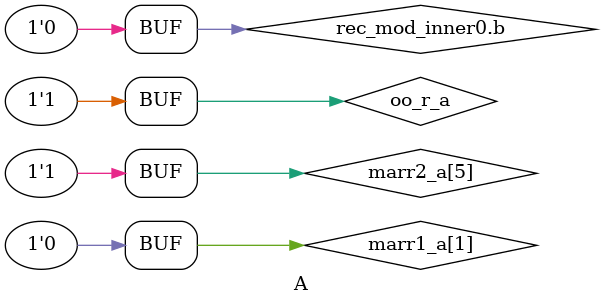
<source format=sv>

module B_top // "b_mod"
(
);


//------------------------------------------------------------------------------

A a_mod
(

);

endmodule



//==============================================================================
//
// Module: A (test_array_method2.cpp:115:5)
//
module A // "b_mod.a_mod"
(
);

// SystemC signals

//------------------------------------------------------------------------------
// Method process: rec_mod_arr1 (test_array_method2.cpp:44:5) 

// Process-local variables
logic marr1_a[2];
logic signed [31:0] marr1_b[2];
logic marr2_a[2][3];
logic signed [31:0] marr2_b[2][3];

always_comb 
begin : rec_mod_arr1     // test_array_method2.cpp:44:5
    integer c;
    marr1_a[1] = 0;
    marr2_a[1][2] = !marr1_a[1];
    c = marr2_b[1][0] + marr1_b[0];
end

//------------------------------------------------------------------------------
// Method process: rec_mod_inner0 (test_array_method2.cpp:80:5) 

// Process-local variables
logic oo_r_a;

always_comb 
begin : rec_mod_inner0     // test_array_method2.cpp:80:5
    logic b;
    oo_r_a = 1;
    b = !oo_r_a;
end

endmodule



</source>
